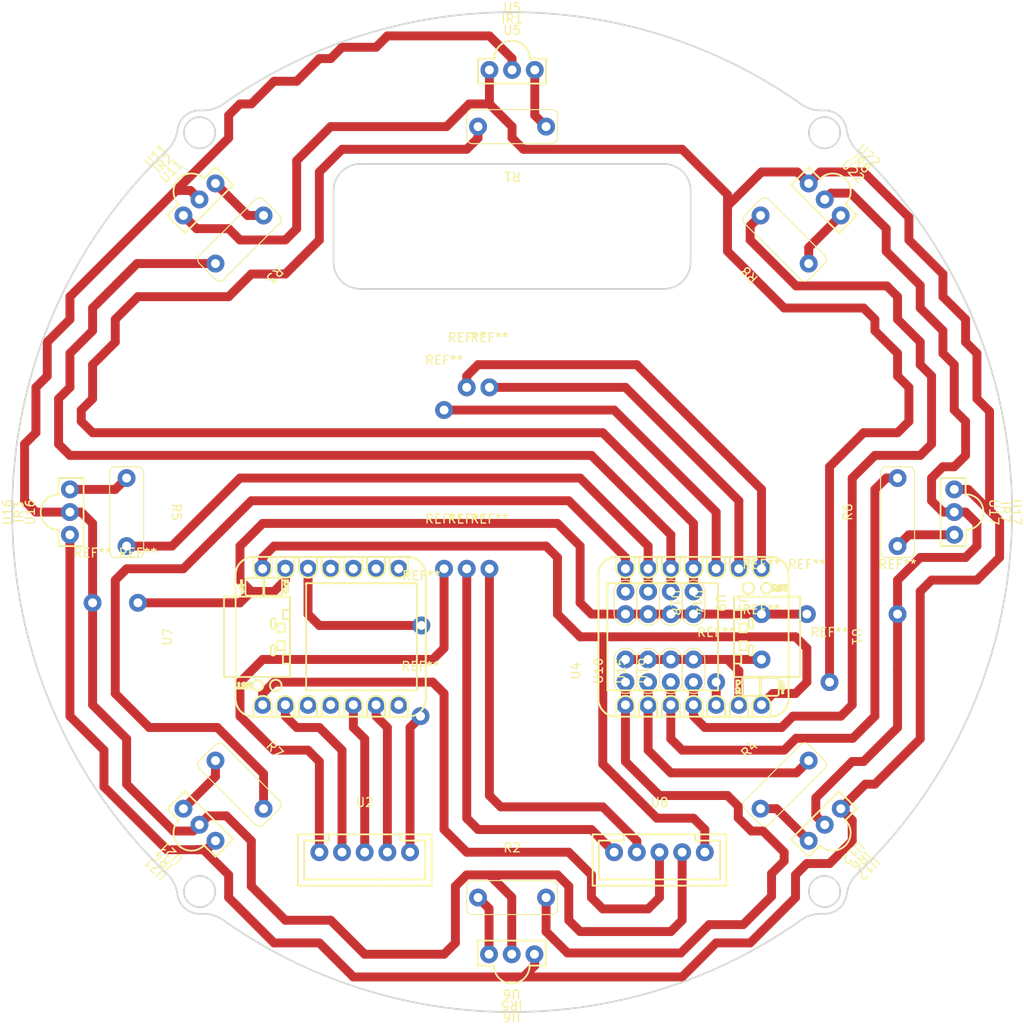
<source format=kicad_pcb>
(kicad_pcb (version 20211014) (generator pcbnew)
  (layers (0 "F.Cu" signal) (31 "B.Cu" signal) (34 "B.Paste" user) (35 "F.Paste" user) (36 "B.SilkS" user "B.Silkscreen") (37 "F.SilkS" user "F.Silkscreen") (38 "B.Mask" user) (39 "F.Mask" user) (44 "Edge.Cuts" user))
  (net 0 "")
  (net 1 "Net-(R1-Pad1)")
  (net 2 "IR1")
  (net 3 "Net-(R2-Pad1)")
  (net 4 "IR5")
  (net 5 "Net-(R3-Pad1)")
  (net 6 "IR2")
  (net 7 "Net-(R4-Pad1)")
  (net 8 "IR6")
  (net 9 "Net-(R5-Pad1)")
  (net 10 "IR3")
  (net 11 "Net-(R6-Pad1)")
  (net 12 "IR7")
  (net 13 "Net-(R7-Pad1)")
  (net 14 "IR4")
  (net 15 "Net-(R8-Pad1)")
  (net 16 "IR8")
  (net 17 "+5V")
  (net 18 "GND")
  (net 19 "+3V3")
  (net 20 "IR＿DAC")
  (net 21 "dist_out")
  (net 22 "IR_Posi")
  (net 23 "Gyro_Tact")
  (net 24 "SDA")
  (net 25 "SCL")
  (net 26 "-3V3")
  (net 27 "Gyro＿DAC")
  (footprint "自分のフットプリント:セラミックコンデンサー" (layer "F.Cu") (at 15.24 17.78 90)
    (fp_text reference "U19")
    (fp_text value "セラミックコンデンサー8")
  )
  (footprint "自分のフットプリント:seeeduino-xiaoマイコン" (layer "F.Cu") (at 38.1 13.97 -90)
    (fp_text reference "U1")
    (fp_text value "IR制御用")
  )
  (footprint "自分のフットプリント:セラミックコンデンサー" (layer "F.Cu") (at 12.7 17.78 90)
    (fp_text reference "U15")
    (fp_text value "セラミックコンデンサー7")
  )
  (footprint "自分のフットプリント:コネクター5ピン" (layer "F.Cu") (at 16.51 33.02)
    (fp_text reference "U8")
    (fp_text value "コネクター5ピン")
  )
  (footprint "自分のフットプリント:IR素子" (layer "F.Cu") (at -0.04 56.515 180)
    (fp_text reference "U6")
    (fp_text value "IR5")
  )
  (footprint "自分のフットプリント:セラミックコンデンサー" (layer "F.Cu") (at 25.4 10.16 -90)
    (fp_text reference "U3")
    (fp_text value "セラミックコンデンサー1")
  )
  (footprint "自分のフットプリント:ジャンパ線" (layer "F.Cu") (at -46.99 5.08)
    (fp_text reference "REF**")
    (fp_text value "ジャンパ線")
  )
  (footprint "自分のフットプリント:IR素子" (layer "F.Cu") (at 39.96214 39.96214 -135)
    (fp_text reference "U12")
    (fp_text value "IR6")
  )
  (footprint "自分のフットプリント:ジャンパ線" (layer "F.Cu") (at 33.02 6.35)
    (fp_text reference "REF**")
    (fp_text value "ジャンパ線")
  )
  (footprint "自分のフットプリント:抵抗" (layer "F.Cu") (at 0 38.1)
    (fp_text reference "R2")
    (fp_text value "R")
  )
  (footprint "自分のフットプリント:ジャンパ線" (layer "F.Cu") (at -41.91 5.08)
    (fp_text reference "REF**")
    (fp_text value "ジャンパ線")
  )
  (footprint "自分のフットプリント:抵抗" (layer "F.Cu") (at 0 -38.1 180)
    (fp_text reference "R1")
    (fp_text value "R")
  )
  (footprint "自分のフットプリント:セラミックコンデンサー" (layer "F.Cu") (at 20.32 10.16 -90)
    (fp_text reference "U14")
    (fp_text value "セラミックコンデンサー3")
  )
  (footprint "自分のフットプリント:IR素子" (layer "F.Cu") (at -39.96214 -39.96214 45)
    (fp_text reference "U11")
    (fp_text value "IR2")
  )
  (footprint "自分のフットプリント:ジャンパ線" (layer "F.Cu") (at -10.16 7.62)
    (fp_text reference "REF**")
    (fp_text value "ジャンパ線")
  )
  (footprint "自分のフットプリント:ジャンパ線" (layer "F.Cu") (at 27.94 11.43)
    (fp_text reference "REF**")
    (fp_text value "ジャンパ線")
  )
  (footprint "自分のフットプリント:ジャンパ線" (layer "F.Cu") (at -5.08 -19.05)
    (fp_text reference "REF**")
    (fp_text value "ジャンパ線")
  )
  (footprint "自分のフットプリント:IR素子" (layer "F.Cu") (at -56.515 0 90)
    (fp_text reference "U16")
    (fp_text value "IR3")
  )
  (footprint "自分のフットプリント:ジャンパ線" (layer "F.Cu") (at -2.54 -19.05)
    (fp_text reference "REF**")
    (fp_text value "ジャンパ線")
  )
  (footprint "自分のフットプリント:ジャンパ線" (layer "F.Cu") (at -7.62 1.27)
    (fp_text reference "REF**")
    (fp_text value "ジャンパ線")
  )
  (footprint "自分のフットプリント:抵抗" (layer "F.Cu") (at 26.940769 -26.940769 135)
    (fp_text reference "R8")
    (fp_text value "R")
  )
  (footprint "自分のフットプリント:ジャンパ線" (layer "F.Cu") (at -10.255627 17.78)
    (fp_text reference "REF**")
    (fp_text value "ジャンパ線")
  )
  (footprint "自分のフットプリント:ジャンパ線" (layer "F.Cu") (at 43.18 6.35)
    (fp_text reference "REF**")
    (fp_text value "ジャンパ線")
  )
  (footprint "自分のフットプリント:抵抗" (layer "F.Cu") (at 38.1 0 90)
    (fp_text reference "R6")
    (fp_text value "R")
  )
  (footprint "自分のフットプリント:抵抗" (layer "F.Cu") (at -38.1 0 -90)
    (fp_text reference "R5")
    (fp_text value "R")
  )
  (footprint "自分のフットプリント:ジャンパ線" (layer "F.Cu") (at -2.54 1.27)
    (fp_text reference "REF**")
    (fp_text value "ジャンパ線")
  )
  (footprint "自分のフットプリント:IR素子" (layer "F.Cu") (at 0 -56.515)
    (fp_text reference "U5")
    (fp_text value "IR1")
  )
  (footprint "自分のフットプリント:IR素子" (layer "F.Cu") (at 56.515 0 -90)
    (fp_text reference "U17")
    (fp_text value "IR7")
  )
  (footprint "自分のフットプリント:抵抗" (layer "F.Cu") (at -26.940768 -26.940768 -135)
    (fp_text reference "R3")
    (fp_text value "R")
  )
  (footprint "自分のフットプリント:コネクター5ピン" (layer "F.Cu") (at -16.51 33.02)
    (fp_text reference "U2")
    (fp_text value "コネクター5ピン")
  )
  (footprint "自分のフットプリント:ジャンパ線" (layer "F.Cu") (at 22.86 13.97)
    (fp_text reference "REF**")
    (fp_text value "ジャンパ線")
  )
  (footprint "自分のフットプリント:ジャンパ線" (layer "F.Cu") (at 27.94 6.35)
    (fp_text reference "REF**")
    (fp_text value "ジャンパ線")
  )
  (footprint "自分のフットプリント:抵抗" (layer "F.Cu") (at -26.940768 26.940768 -45)
    (fp_text reference "R7")
    (fp_text value "R")
  )
  (footprint "自分のフットプリント:セラミックコンデンサー" (layer "F.Cu") (at 7.62 17.78 90)
    (fp_text reference "U4")
    (fp_text value "セラミックコンデンサー5")
  )
  (footprint "自分のフットプリント:IR素子" (layer "F.Cu") (at 39.96214 -39.96214 -45)
    (fp_text reference "U22")
    (fp_text value "IR8")
  )
  (footprint "自分のフットプリント:ジャンパ線" (layer "F.Cu") (at -7.62 -16.51)
    (fp_text reference "REF**")
    (fp_text value "ジャンパ線")
  )
  (footprint "自分のフットプリント:IR素子" (layer "F.Cu") (at -39.96214 39.96214 135)
    (fp_text reference "U21")
    (fp_text value "IR4")
  )
  (footprint "自分のフットプリント:セラミックコンデンサー" (layer "F.Cu") (at 10.16 17.78 90)
    (fp_text reference "U10")
    (fp_text value "セラミックコンデンサー6")
  )
  (footprint "自分のフットプリント:ジャンパ線" (layer "F.Cu") (at 35.56 13.97)
    (fp_text reference "REF**")
    (fp_text value "ジャンパ線")
  )
  (footprint "自分のフットプリント:ジャンパ線" (layer "F.Cu") (at -5.08 1.27)
    (fp_text reference "REF**")
    (fp_text value "ジャンパ線")
  )
  (footprint "自分のフットプリント:セラミックコンデンサー" (layer "F.Cu") (at 22.86 10.16 -90)
    (fp_text reference "U9")
    (fp_text value "セラミックコンデンサー2")
  )
  (footprint "自分のフットプリント:抵抗" (layer "F.Cu") (at 26.940768 26.940768 45)
    (fp_text reference "R4")
    (fp_text value "R")
  )
  (footprint "自分のフットプリント:seeeduino-xiaoマイコン" (layer "F.Cu") (at -38.1 13.97 90)
    (fp_text reference "U7")
    (fp_text value "IR制御用")
  )
  (footprint "自分のフットプリント:セラミックコンデンサー" (layer "F.Cu") (at 17.78 10.16 -90)
    (fp_text reference "U18")
    (fp_text value "セラミックコンデンサー4")
  )
  (gr_arc (start 38.675962 -40.49901) (mid 56 0) (end 38.675962 40.49901) (layer "Edge.Cuts") (width 0.2))
  (gr_circle (center -35.000002 42.5) (end -36.750002 42.5) (layer "Edge.Cuts") (width 0.2) (fill none))
  (gr_line (start -19.999998 -36.000001) (end -19.999998 -28) (layer "Edge.Cuts") (width 0.2))
  (gr_circle (center 35 -42.500004) (end 33.250005 -42.500004) (layer "Edge.Cuts") (width 0.2) (fill none))
  (gr_circle (center -35.000002 -42.5) (end -36.750002 -42.5) (layer "Edge.Cuts") (width 0.2) (fill none))
  (gr_arc (start -34.861787 44.996176) (mid -36.589267 44.429824) (end -37.47636 42.842999) (layer "Edge.Cuts") (width 0.2))
  (gr_arc (start 34.861786 -44.996181) (mid 33.534917 -45.145929) (end 32.331267 -45.724059) (layer "Edge.Cuts") (width 0.2))
  (gr_arc (start -38.675965 40.49901) (mid -56 0) (end -38.675965 -40.49901) (layer "Edge.Cuts") (width 0.2))
  (gr_arc (start 32.331267 45.724059) (mid -0.000001 56.000002) (end -32.331268 45.724055) (layer "Edge.Cuts") (width 0.2))
  (gr_arc (start -37.476357 -42.842998) (mid -37.877761 -41.569468) (end -38.675963 -40.499009) (layer "Edge.Cuts") (width 0.2))
  (gr_arc (start 32.331267 45.724059) (mid 33.534917 45.145929) (end 34.861786 44.996181) (layer "Edge.Cuts") (width 0.2))
  (gr_arc (start -37.47636 -42.842999) (mid -36.58927 -44.429827) (end -34.861787 -44.996176) (layer "Edge.Cuts") (width 0.2))
  (gr_line (start 17.000002 -25) (end -16.999998 -25) (layer "Edge.Cuts") (width 0.2))
  (gr_arc (start 38.675964 -40.499015) (mid 37.877759 -41.569471) (end 37.476359 -42.843004) (layer "Edge.Cuts") (width 0.2))
  (gr_line (start -16.999998 -39.000001) (end 17.000002 -39.000001) (layer "Edge.Cuts") (width 0.2))
  (gr_arc (start -32.331268 -45.724055) (mid -0.000001 -56.000002) (end 32.331267 -45.724059) (layer "Edge.Cuts") (width 0.2))
  (gr_circle (center 35 42.500004) (end 33.249999 42.500004) (layer "Edge.Cuts") (width 0.2) (fill none))
  (gr_arc (start -32.331268 -45.724055) (mid -33.53492 -45.145945) (end -34.861787 -44.996176) (layer "Edge.Cuts") (width 0.2))
  (gr_arc (start -19.999998 -36.000001) (mid -19.121318 -38.121321) (end -16.999998 -39.000001) (layer "Edge.Cuts") (width 0.2))
  (gr_arc (start 17.000002 -39.000001) (mid 19.121323 -38.121322) (end 20.000002 -36.000001) (layer "Edge.Cuts") (width 0.2))
  (gr_arc (start -16.999998 -25) (mid -19.121318 -25.87868) (end -19.999998 -28) (layer "Edge.Cuts") (width 0.2))
  (gr_arc (start 37.476356 42.843003) (mid 37.877756 41.56947) (end 38.675962 40.499013) (layer "Edge.Cuts") (width 0.2))
  (gr_arc (start 20.000002 -28) (mid 19.121323 -25.878679) (end 17.000002 -25) (layer "Edge.Cuts") (width 0.2))
  (gr_arc (start -38.675965 40.49901) (mid -37.877752 41.569463) (end -37.47636 42.842999) (layer "Edge.Cuts") (width 0.2))
  (gr_arc (start 34.861786 -44.996181) (mid 36.589268 -44.42983) (end 37.476359 -42.843004) (layer "Edge.Cuts") (width 0.2))
  (gr_arc (start 37.476359 42.843004) (mid 36.589268 44.42983) (end 34.861786 44.996181) (layer "Edge.Cuts") (width 0.2))
  (gr_line (start 20.000002 -36.000001) (end 20.000002 -28) (layer "Edge.Cuts") (width 0.2))
  (gr_arc (start -34.861787 44.996176) (mid -33.53491 45.145909) (end -32.331268 45.724055) (layer "Edge.Cuts") (width 0.2))
  (segment (start 2.54 -49.53) (end 2.54 -44.45) (width 1) (layer "F.Cu") (net 1))
  (segment (start 2.54 -44.45) (end 3.81 -43.18) (width 1) (layer "F.Cu") (net 1))
  (segment (start 20.32 1.27) (end 20.32 6.35) (width 1) (layer "F.Cu") (net 2))
  (segment (start -19.05 -40.64) (end -21.59 -38.1) (width 1) (layer "F.Cu") (net 2))
  (segment (start -48.26 -10.16) (end -46.99 -8.89) (width 1) (layer "F.Cu") (net 2))
  (segment (start -46.99 -12.7) (end -48.26 -11.43) (width 1) (layer "F.Cu") (net 2))
  (segment (start 10.16 -8.89) (end 20.32 1.27) (width 1) (layer "F.Cu") (net 2))
  (segment (start -5.08 -40.64) (end -19.05 -40.64) (width 1) (layer "F.Cu") (net 2))
  (segment (start -25.4 -26.67) (end -29.21 -26.67) (width 1) (layer "F.Cu") (net 2))
  (segment (start -46.99 -16.51) (end -46.99 -12.7) (width 1) (layer "F.Cu") (net 2))
  (segment (start -21.59 -30.48) (end -25.4 -26.67) (width 1) (layer "F.Cu") (net 2))
  (segment (start -21.59 -38.1) (end -21.59 -30.48) (width 1) (layer "F.Cu") (net 2))
  (segment (start -46.99 -8.89) (end 10.16 -8.89) (width 1) (layer "F.Cu") (net 2))
  (segment (start -48.26 -11.43) (end -48.26 -10.16) (width 1) (layer "F.Cu") (net 2))
  (segment (start -31.75 -24.13) (end -41.91 -24.13) (width 1) (layer "F.Cu") (net 2))
  (segment (start -29.21 -26.67) (end -31.75 -24.13) (width 1) (layer "F.Cu") (net 2))
  (segment (start -3.81 -43.18) (end -3.81 -41.91) (width 1) (layer "F.Cu") (net 2))
  (segment (start 20.32 8.89) (end 20.32 6.35) (width 1) (layer "F.Cu") (net 2))
  (segment (start -44.45 -19.05) (end -46.99 -16.51) (width 1) (layer "F.Cu") (net 2))
  (segment (start -44.45 -21.59) (end -44.45 -19.05) (width 1) (layer "F.Cu") (net 2))
  (segment (start -3.81 -41.91) (end -5.08 -40.64) (width 1) (layer "F.Cu") (net 2))
  (segment (start -41.91 -24.13) (end -44.45 -21.59) (width 1) (layer "F.Cu") (net 2))
  (segment (start -2.58 49.53) (end -2.58 44.41) (width 1) (layer "F.Cu") (net 3))
  (segment (start -2.58 44.41) (end -3.81 43.18) (width 1) (layer "F.Cu") (net 3))
  (segment (start 6.205786 49.385786) (end 3.81 46.99) (width 1) (layer "F.Cu") (net 4))
  (segment (start 29.065786 43.035786) (end 25.890786 46.210786) (width 1) (layer "F.Cu") (net 4))
  (segment (start 25.338794 32.958794) (end 25.338794 34.262481) (width 1) (layer "F.Cu") (net 4))
  (segment (start 24.13 31.75) (end 25.338794 32.958794) (width 1) (layer "F.Cu") (net 4))
  (segment (start 16.51 31.75) (end 24.13 31.75) (width 1) (layer "F.Cu") (net 4))
  (segment (start 12.7 21.59) (end 12.7 27.94) (width 1) (layer "F.Cu") (net 4))
  (segment (start 25.890786 46.210786) (end 22.080786 46.210786) (width 1) (layer "F.Cu") (net 4))
  (segment (start 3.81 46.99) (end 3.81 43.18) (width 1) (layer "F.Cu") (net 4))
  (segment (start 22.080786 46.210786) (end 18.905786 49.385786) (width 1) (layer "F.Cu") (net 4))
  (segment (start 30.48 38.1) (end 30.48 39.081572) (width 1) (layer "F.Cu") (net 4))
  (segment (start 18.905786 49.385786) (end 6.205786 49.385786) (width 1) (layer "F.Cu") (net 4))
  (segment (start 12.7 27.94) (end 16.51 31.75) (width 1) (layer "F.Cu") (net 4))
  (segment (start 26.80326 35.726947) (end 28.106947 35.726947) (width 1) (layer "F.Cu") (net 4))
  (segment (start 29.065786 40.495786) (end 29.065786 43.035786) (width 1) (layer "F.Cu") (net 4))
  (segment (start 12.7 19.05) (end 12.7 21.59) (width 1) (layer "F.Cu") (net 4))
  (segment (start 30.48 39.081572) (end 29.065786 40.495786) (width 1) (layer "F.Cu") (net 4))
  (segment (start 25.338794 34.262481) (end 26.80326 35.726947) (width 1) (layer "F.Cu") (net 4))
  (segment (start 28.106947 35.726947) (end 30.48 38.1) (width 1) (layer "F.Cu") (net 4))
  (segment (start -27.838794 -33.226947) (end -29.634845 -33.226947) (width 1) (layer "F.Cu") (net 5))
  (segment (start -33.226948 -36.81905) (end -29.634845 -33.226947) (width 1) (layer "F.Cu") (net 5))
  (segment (start -49.53 -6.35) (end -50.8 -7.62) (width 1) (layer "F.Cu") (net 6))
  (segment (start -42.011206 -27.838794) (end -33.226947 -27.838794) (width 1) (layer "F.Cu") (net 6))
  (segment (start -49.53 -13.97) (end -49.53 -17.78) (width 1) (layer "F.Cu") (net 6))
  (segment (start -50.8 -7.62) (end -50.8 -12.7) (width 1) (layer "F.Cu") (net 6))
  (segment (start -49.53 -17.78) (end -46.99 -20.32) (width 1) (layer "F.Cu") (net 6))
  (segment (start 8.89 -6.35) (end -49.53 -6.35) (width 1) (layer "F.Cu") (net 6))
  (segment (start 17.78 2.54) (end 8.89 -6.35) (width 1) (layer "F.Cu") (net 6))
  (segment (start -46.99 -22.86) (end -42.011206 -27.838794) (width 1) (layer "F.Cu") (net 6))
  (segment (start 17.78 8.89) (end 17.78 6.35) (width 1) (layer "F.Cu") (net 6))
  (segment (start -50.8 -12.7) (end -49.53 -13.97) (width 1) (layer "F.Cu") (net 6))
  (segment (start 17.78 6.35) (end 17.78 2.54) (width 1) (layer "F.Cu") (net 6))
  (segment (start -46.99 -20.32) (end -46.99 -22.86) (width 1) (layer "F.Cu") (net 6))
  (segment (start 27.838794 33.226947) (end 29.634845 33.226947) (width 1) (layer "F.Cu") (net 7))
  (segment (start 29.634845 33.226947) (end 33.226948 36.81905) (width 1) (layer "F.Cu") (net 7))
  (segment (start 17.78 29.21) (end 31.855741 29.21) (width 1) (layer "F.Cu") (net 8))
  (segment (start 31.855741 29.21) (end 33.226947 27.838794) (width 1) (layer "F.Cu") (net 8))
  (segment (start 15.24 21.59) (end 15.24 26.67) (width 1) (layer "F.Cu") (net 8))
  (segment (start 15.24 19.05) (end 15.24 21.59) (width 1) (layer "F.Cu") (net 8))
  (segment (start 15.24 26.67) (end 17.78 29.21) (width 1) (layer "F.Cu") (net 8))
  (segment (start -44.45 -2.54) (end -43.18 -3.81) (width 1) (layer "F.Cu") (net 9))
  (segment (start -49.53 -2.54) (end -44.45 -2.54) (width 1) (layer "F.Cu") (net 9))
  (segment (start 15.24 6.35) (end 15.24 3.81) (width 1) (layer "F.Cu") (net 10))
  (segment (start 15.24 8.89) (end 15.24 6.35) (width 1) (layer "F.Cu") (net 10))
  (segment (start -43.18 3.81) (end -38.1 3.81) (width 1) (layer "F.Cu") (net 10))
  (segment (start -38.1 3.81) (end -30.48 -3.81) (width 1) (layer "F.Cu") (net 10))
  (segment (start 7.62 -3.81) (end -30.48 -3.81) (width 1) (layer "F.Cu") (net 10))
  (segment (start 15.24 3.81) (end 7.62 -3.81) (width 1) (layer "F.Cu") (net 10))
  (segment (start 44.45 2.54) (end 43.18 3.81) (width 1) (layer "F.Cu") (net 11))
  (segment (start 49.53 2.54) (end 44.45 2.54) (width 1) (layer "F.Cu") (net 11))
  (segment (start 19.05 26.67) (end 17.78 25.4) (width 1) (layer "F.Cu") (net 12))
  (segment (start 17.78 19.05) (end 17.78 21.59) (width 1) (layer "F.Cu") (net 12))
  (segment (start 41.91 -3.81) (end 40.64 -2.54) (width 1) (layer "F.Cu") (net 12))
  (segment (start 31.811206 25.338794) (end 30.48 26.67) (width 1) (layer "F.Cu") (net 12))
  (segment (start 40.64 22.86) (end 38.161206 25.338794) (width 1) (layer "F.Cu") (net 12))
  (segment (start 40.64 -2.54) (end 40.64 22.86) (width 1) (layer "F.Cu") (net 12))
  (segment (start 38.161206 25.338794) (end 31.811206 25.338794) (width 1) (layer "F.Cu") (net 12))
  (segment (start 30.48 26.67) (end 19.05 26.67) (width 1) (layer "F.Cu") (net 12))
  (segment (start 17.78 25.4) (end 17.78 21.59) (width 1) (layer "F.Cu") (net 12))
  (segment (start 43.18 -3.81) (end 41.91 -3.81) (width 1) (layer "F.Cu") (net 12))
  (segment (start -33.226947 29.634845) (end -36.81905 33.226948) (width 1) (layer "F.Cu") (net 13))
  (segment (start -33.226947 27.838794) (end -33.226947 29.634845) (width 1) (layer "F.Cu") (net 13))
  (segment (start -33.02 24.13) (end -27.838794 29.311206) (width 1) (layer "F.Cu") (net 14))
  (segment (start -43.18 6.35) (end -44.45 7.62) (width 1) (layer "F.Cu") (net 14))
  (segment (start 12.7 5.08) (end 6.35 -1.27) (width 1) (layer "F.Cu") (net 14))
  (segment (start -44.45 7.62) (end -44.45 20.32) (width 1) (layer "F.Cu") (net 14))
  (segment (start 12.7 8.89) (end 12.7 6.35) (width 1) (layer "F.Cu") (net 14))
  (segment (start 12.7 6.35) (end 12.7 5.08) (width 1) (layer "F.Cu") (net 14))
  (segment (start -40.64 24.13) (end -33.02 24.13) (width 1) (layer "F.Cu") (net 14))
  (segment (start -36.83 6.35) (end -43.18 6.35) (width 1) (layer "F.Cu") (net 14))
  (segment (start -44.45 20.32) (end -40.64 24.13) (width 1) (layer "F.Cu") (net 14))
  (segment (start -27.838794 29.311206) (end -27.838794 33.226947) (width 1) (layer "F.Cu") (net 14))
  (segment (start -29.21 -1.27) (end -36.83 6.35) (width 1) (layer "F.Cu") (net 14))
  (segment (start 6.35 -1.27) (end -29.21 -1.27) (width 1) (layer "F.Cu") (net 14))
  (segment (start 33.226948 -29.634846) (end 36.81905 -33.226948) (width 1) (layer "F.Cu") (net 15))
  (segment (start 33.226948 -27.838795) (end 33.226948 -29.634846) (width 1) (layer "F.Cu") (net 15))
  (segment (start 26.67 -30.48) (end 31.811205 -25.338795) (width 1) (layer "F.Cu") (net 16))
  (segment (start 43.18 -24.13) (end 43.18 -21.59) (width 1) (layer "F.Cu") (net 16))
  (segment (start 45.72 -16.51) (end 46.99 -15.24) (width 1) (layer "F.Cu") (net 16))
  (segment (start 36.83 22.86) (end 38.1 21.59) (width 1) (layer "F.Cu") (net 16))
  (segment (start 43.18 -21.59) (end 45.72 -19.05) (width 1) (layer "F.Cu") (net 16))
  (segment (start 41.971205 -25.338795) (end 43.18 -24.13) (width 1) (layer "F.Cu") (net 16))
  (segment (start 21.59 24.13) (end 20.32 22.86) (width 1) (layer "F.Cu") (net 16))
  (segment (start 21.59 24.13) (end 30.191572 24.13) (width 1) (layer "F.Cu") (net 16))
  (segment (start 45.72 -6.35) (end 40.64 -6.35) (width 1) (layer "F.Cu") (net 16))
  (segment (start 31.811205 -25.338795) (end 41.971205 -25.338795) (width 1) (layer "F.Cu") (net 16))
  (segment (start 31.461572 22.86) (end 36.83 22.86) (width 1) (layer "F.Cu") (net 16))
  (segment (start 27.838795 -33.226948) (end 26.67 -32.058153) (width 1) (layer "F.Cu") (net 16))
  (segment (start 30.191572 24.13) (end 31.461572 22.86) (width 1) (layer "F.Cu") (net 16))
  (segment (start 40.64 -6.35) (end 38.1 -3.81) (width 1) (layer "F.Cu") (net 16))
  (segment (start 20.32 22.86) (end 20.32 21.59) (width 1) (layer "F.Cu") (net 16))
  (segment (start 38.1 -3.81) (end 38.1 21.59) (width 1) (layer "F.Cu") (net 16))
  (segment (start 20.32 19.05) (end 20.32 21.59) (width 1) (layer "F.Cu") (net 16))
  (segment (start 46.99 -7.62) (end 45.72 -6.35) (width 1) (layer "F.Cu") (net 16))
  (segment (start 46.99 -15.24) (end 46.99 -7.62) (width 1) (layer "F.Cu") (net 16))
  (segment (start 26.67 -32.058153) (end 26.67 -30.48) (width 1) (layer "F.Cu") (net 16))
  (segment (start 45.72 -19.05) (end 45.72 -16.51) (width 1) (layer "F.Cu") (net 16))
  (segment (start 29.21 20.32) (end 31.75 20.32) (width 1) (layer "F.Cu") (net 17))
  (segment (start -26.67 3.81) (end -27.94 5.08) (width 1) (layer "F.Cu") (net 17))
  (segment (start 27.94 21.59) (end 29.21 20.32) (width 1) (layer "F.Cu") (net 17))
  (segment (start 20.32 34.29) (end 21.59 35.56) (width 1) (layer "F.Cu") (net 17))
  (segment (start 31.75 13.97) (end 10.16 13.97) (width 1) (layer "F.Cu") (net 17))
  (segment (start 7.62 13.97) (end 5.08 11.43) (width 1) (layer "F.Cu") (net 17))
  (segment (start 33.02 19.05) (end 33.02 15.24) (width 1) (layer "F.Cu") (net 17))
  (segment (start 21.59 35.56) (end 21.59 38.1) (width 1) (layer "F.Cu") (net 17))
  (segment (start 10.16 13.97) (end 10.16 28.228428) (width 1) (layer "F.Cu") (net 17))
  (segment (start 5.08 5.08) (end 3.81 3.81) (width 1) (layer "F.Cu") (net 17))
  (segment (start 10.16 28.228428) (end 16.221572 34.29) (width 1) (layer "F.Cu") (net 17))
  (segment (start -27.94 5.08) (end -27.94 6.35) (width 1) (layer "F.Cu") (net 17))
  (segment (start 16.221572 34.29) (end 20.32 34.29) (width 1) (layer "F.Cu") (net 17))
  (segment (start 33.02 15.24) (end 31.75 13.97) (width 1) (layer "F.Cu") (net 17))
  (segment (start 3.81 3.81) (end -26.67 3.81) (width 1) (layer "F.Cu") (net 17))
  (segment (start 5.08 11.43) (end 5.08 5.08) (width 1) (layer "F.Cu") (net 17))
  (segment (start 31.75 20.32) (end 33.02 19.05) (width 1) (layer "F.Cu") (net 17))
  (segment (start 10.16 13.97) (end 7.62 13.97) (width 1) (layer "F.Cu") (net 17))
  (segment (start 45.72 5.08) (end 50.8 5.08) (width 1) (layer "F.Cu") (net 18))
  (segment (start -13.97 -53.34) (end -15.24 -52.07) (width 1) (layer "F.Cu") (net 18))
  (segment (start 48.26 -20.32) (end 48.26 -17.78) (width 1) (layer "F.Cu") (net 18))
  (segment (start 19.05 45.72) (end 17.78 46.99) (width 1) (layer "F.Cu") (net 18))
  (segment (start -35.022999 -35.022999) (end -36.022999 -36.022999) (width 1) (layer "F.Cu") (net 18))
  (segment (start -24.13 -48.26) (end -26.67 -48.26) (width 1) (layer "F.Cu") (net 18))
  (segment (start 49.53 -11.43) (end 50.8 -10.16) (width 1) (layer "F.Cu") (net 18))
  (segment (start 8.89 11.43) (end 12.7 11.43) (width 1) (layer "F.Cu") (net 18))
  (segment (start 49.53 -16.51) (end 49.53 -11.43) (width 1) (layer "F.Cu") (net 18))
  (segment (start -54.61 -7.62) (end -53.34 -8.89) (width 1) (layer "F.Cu") (net 18))
  (segment (start -53.34 -8.89) (end -53.34 -13.97) (width 1) (layer "F.Cu") (net 18))
  (segment (start -43.18 30.48) (end -43.18 25.4) (width 1) (layer "F.Cu") (net 18))
  (segment (start 45.72 -22.86) (end 48.26 -20.32) (width 1) (layer "F.Cu") (net 18))
  (segment (start 45.72 -25.4) (end 45.72 -22.86) (width 1) (layer "F.Cu") (net 18))
  (segment (start 20.32 16.51) (end 12.7 16.51) (width 1) (layer "F.Cu") (net 18))
  (segment (start 34.022999 34.022999) (end 34.022999 32.017001) (width 1) (layer "F.Cu") (net 18))
  (segment (start 20.32 11.43) (end 12.7 11.43) (width 1) (layer "F.Cu") (net 18))
  (segment (start 35.726948 -35.726948) (end 37.933052 -35.726948) (width 1) (layer "F.Cu") (net 18))
  (segment (start 34.022999 32.017001) (end 38.1 27.94) (width 1) (layer "F.Cu") (net 18))
  (segment (start 0 -50.8) (end -2.54 -53.34) (width 1) (layer "F.Cu") (net 18))
  (segment (start 17.78 46.99) (end 7.62 46.99) (width 1) (layer "F.Cu") (net 18))
  (segment (start -5.08 40.64) (end -6.35 41.91) (width 1) (layer "F.Cu") (net 18))
  (segment (start 50.8 -10.16) (end 50.8 -6.35) (width 1) (layer "F.Cu") (net 18))
  (segment (start 48.26 0) (end 49.53 0) (width 1) (layer "F.Cu") (net 18))
  (segment (start -30.48 10.16) (end -41.91 10.16) (width 1) (layer "F.Cu") (net 18))
  (segment (start -0.04 49.53) (end -0.04 43.14) (width 1) (layer "F.Cu") (net 18))
  (segment (start -46.99 1.27) (end -46.99 21.59) (width 1) (layer "F.Cu") (net 18))
  (segment (start -26.67 8.89) (end -29.21 8.89) (width 1) (layer "F.Cu") (net 18))
  (segment (start 0 -49.53) (end 0 -50.8) (width 1) (layer "F.Cu") (net 18))
  (segment (start 6.35 41.91) (end 5.08 40.64) (width 1) (layer "F.Cu") (net 18))
  (segment (start 20.32 11.43) (end 33.02 11.43) (width 1) (layer "F.Cu") (net 18))
  (segment (start 43.18 24.13) (end 43.18 17.78) (width 1) (layer "F.Cu") (net 18))
  (segment (start -6.35 41.91) (end -6.35 48.26) (width 1) (layer "F.Cu") (net 18))
  (segment (start -36.022999 -36.022999) (end -37.637001 -36.022999) (width 1) (layer "F.Cu") (net 18))
  (segment (start -2.54 -53.34) (end -13.97 -53.34) (width 1) (layer "F.Cu") (net 18))
  (segment (start 43.18 7.62) (end 45.72 5.08) (width 1) (layer "F.Cu") (net 18))
  (segment (start 41.91 -31.75) (end 41.91 -29.21) (width 1) (layer "F.Cu") (net 18))
  (segment (start -29.21 -45.72) (end -30.48 -45.72) (width 1) (layer "F.Cu") (net 18))
  (segment (start -30.48 -45.72) (end -31.75 -44.45) (width 1) (layer "F.Cu") (net 18))
  (segment (start -7.62 49.53) (end -16.51 49.53) (width 1) (layer "F.Cu") (net 18))
  (segment (start 52.07 3.81) (end 52.07 1.27) (width 1) (layer "F.Cu") (net 18))
  (segment (start 5.08 1.27) (end 7.62 3.81) (width 1) (layer "F.Cu") (net 18))
  (segment (start -29.21 8.89) (end -30.48 7.62) (width 1) (layer "F.Cu") (net 18))
  (segment (start -52.07 -15.24) (end -52.07 -19.05) (width 1) (layer "F.Cu") (net 18))
  (segment (start -48.26 0) (end -46.99 1.27) (width 1) (layer "F.Cu") (net 18))
  (segment (start -2.54 40.64) (end -5.08 40.64) (width 1) (layer "F.Cu") (net 18))
  (segment (start 49.53 -5.08) (end 48.26 -5.08) (width 1) (layer "F.Cu") (net 18))
  (segment (start -35.726948 35.726948) (end -37.933052 35.726948) (width 1) (layer "F.Cu") (net 18))
  (segment (start 37.933052 -35.726948) (end 41.91 -31.75) (width 1) (layer "F.Cu") (net 18))
  (segment (start -21.59 -50.8) (end -24.13 -48.26) (width 1) (layer "F.Cu") (net 18))
  (segment (start -29.21 8.89) (end -30.48 10.16) (width 1) (layer "F.Cu") (net 18))
  (segment (start 46.99 -3.81) (end 46.99 -1.27) (width 1) (layer "F.Cu") (net 18))
  (segment (start 7.62 46.99) (end 6.35 45.72) (width 1) (layer "F.Cu") (net 18))
  (segment (start -37.637001 -36.022999) (end -38.1 -35.56) (width 1) (layer "F.Cu") (net 18))
  (segment (start 39.37 27.94) (end 43.18 24.13) (width 1) (layer "F.Cu") (net 18))
  (segment (start 20.32 16.51) (end 24.13 16.51) (width 1) (layer "F.Cu") (net 18))
  (segment (start -49.53 0) (end -53.34 0) (width 1) (layer "F.Cu") (net 18))
  (segment (start -52.07 -19.05) (end -49.53 -21.59) (width 1) (layer "F.Cu") (net 18))
  (segment (start 35.022999 35.022999) (end 34.022999 34.022999) (width 1) (layer "F.Cu") (net 18))
  (segment (start 38.1 27.94) (end 39.37 27.94) (width 1) (layer "F.Cu") (net 18))
  (segment (start -34.022999 34.022999) (end -35.022999 35.022999) (width 1) (layer "F.Cu") (net 18))
  (segment (start -16.51 49.53) (end -20.32 45.72) (width 1) (layer "F.Cu") (net 18))
  (segment (start 19.05 38.1) (end 19.05 45.72) (width 1) (layer "F.Cu") (net 18))
  (segment (start -31.75 -41.91) (end -38.1 -35.56) (width 1) (layer "F.Cu") (net 18))
  (segment (start -49.53 -21.59) (end -49.53 -24.13) (width 1) (layer "F.Cu") (net 18))
  (segment (start -6.35 48.26) (end -7.62 49.53) (width 1) (layer "F.Cu") (net 18))
  (segment (start 5.08 40.64) (end -2.54 40.64) (width 1) (layer "F.Cu") (net 18))
  (segment (start -35.022999 35.022999) (end -35.726948 35.726948) (width 1) (layer "F.Cu") (net 18))
  (segment (start -27.94 1.27) (end 5.08 1.27) (width 1) (layer "F.Cu") (net 18))
  (segment (start -53.34 0) (end -54.61 -1.27) (width 1) (layer "F.Cu") (net 18))
  (segment (start 48.26 -17.78) (end 49.53 -16.51) (width 1) (layer "F.Cu") (net 18))
  (segment (start 52.07 1.27) (end 50.8 0) (width 1) (layer "F.Cu") (net 18))
  (segment (start -29.21 41.91) (end -29.21 36.83) (width 1) (layer "F.Cu") (net 18))
  (segment (start -25.4 7.62) (end -26.67 8.89) (width 1) (layer "F.Cu") (net 18))
  (segment (start 46.99 -1.27) (end 48.26 0) (width 1) (layer "F.Cu") (net 18))
  (segment (start 7.62 10.16) (end 8.89 11.43) (width 1) (layer "F.Cu") (net 18))
  (segment (start -19.05 -52.07) (end -20.32 -50.8) (width 1) (layer "F.Cu") (net 18))
  (segment (start 25.4 17.78) (end 25.4 21.59) (width 1) (layer "F.Cu") (net 18))
  (segment (start -54.61 -1.27) (end -54.61 -7.62) (width 1) (layer "F.Cu") (net 18))
  (segment (start -30.48 3.81) (end -27.94 1.27) (width 1) (layer "F.Cu") (net 18))
  (segment (start -37.933052 35.726948) (end -43.18 30.48) (width 1) (layer "F.Cu") (net 18))
  (segment (start -53.34 -13.97) (end -52.07 -15.24) (width 1) (layer "F.Cu") (net 18))
  (segment (start 24.13 16.51) (end 25.4 17.78) (width 1) (layer "F.Cu") (net 18))
  (segment (start 41.91 -29.21) (end 45.72 -25.4) (width 1) (layer "F.Cu") (net 18))
  (segment (start 50.8 5.08) (end 52.07 3.81) (width 1) (layer "F.Cu") (net 18))
  (segment (start -32.017001 34.022999) (end -34.022999 34.022999) (width 1) (layer "F.Cu") (net 18))
  (segment (start -26.67 -48.26) (end -29.21 -45.72) (width 1) (layer "F.Cu") (net 18))
  (segment (start -30.48 7.62) (end -30.48 3.81) (width 1) (layer "F.Cu") (net 18))
  (segment (start 6.35 45.72) (end 6.35 41.91) (width 1) (layer "F.Cu") (net 18))
  (segment (start 35.022999 -35.022999) (end 35.726948 -35.726948) (width 1) (layer "F.Cu") (net 18))
  (segment (start -15.24 -52.07) (end -19.05 -52.07) (width 1) (layer "F.Cu") (net 18))
  (segment (start 50.8 0) (end 49.53 0) (width 1) (layer "F.Cu") (net 18))
  (segment (start 50.8 -6.35) (end 49.53 -5.08) (width 1) (layer "F.Cu") (net 18))
  (segment (start 43.18 17.78) (end 43.18 7.62) (width 1) (layer "F.Cu") (net 18))
  (segment (start -25.4 45.72) (end -29.21 41.91) (width 1) (layer "F.Cu") (net 18))
  (segment (start 48.26 -5.08) (end 46.99 -3.81) (width 1) (layer "F.Cu") (net 18))
  (segment (start -20.32 -50.8) (end -21.59 -50.8) (width 1) (layer "F.Cu") (net 18))
  (segment (start 24.13 16.51) (end 27.94 16.51) (width 1) (layer "F.Cu") (net 18))
  (segment (start -43.18 25.4) (end -46.99 21.59) (width 1) (layer "F.Cu") (net 18))
  (segment (start -0.04 43.14) (end -2.54 40.64) (width 1) (layer "F.Cu") (net 18))
  (segment (start -31.75 -44.45) (end -31.75 -41.91) (width 1) (layer "F.Cu") (net 18))
  (segment (start -25.4 6.35) (end -25.4 7.62) (width 1) (layer "F.Cu") (net 18))
  (segment (start -49.53 -24.13) (end -38.1 -35.56) (width 1) (layer "F.Cu") (net 18))
  (segment (start 7.62 3.81) (end 7.62 10.16) (width 1) (layer "F.Cu") (net 18))
  (segment (start -29.21 36.83) (end -32.017001 34.022999) (width 1) (layer "F.Cu") (net 18))
  (segment (start -49.53 0) (end -48.26 0) (width 1) (layer "F.Cu") (net 18))
  (segment (start -20.32 45.72) (end -25.4 45.72) (width 1) (layer "F.Cu") (net 18))
  (segment (start 52.07 7.62) (end 46.99 7.62) (width 1) (layer "F.Cu") (net 19))
  (segment (start 39.37 -38.1) (end 44.45 -33.02) (width 1) (layer "F.Cu") (net 19))
  (segment (start 45.72 25.4) (end 40.64 30.48) (width 1) (layer "F.Cu") (net 19))
  (segment (start 0 -43.18) (end 0 -41.91) (width 1) (layer "F.Cu") (net 19))
  (segment (start -31.75 43.18) (end -31.75 40.64) (width 1) (layer "F.Cu") (net 19))
  (segment (start 39.37 -8.89) (end 35.56 -5.08) (width 1) (layer "F.Cu") (net 19))
  (segment (start 44.45 -33.02) (end 44.45 -30.48) (width 1) (layer "F.Cu") (net 19))
  (segment (start -31.75 40.64) (end -34.57095 37.81905) (width 1) (layer "F.Cu") (net 19))
  (segment (start 52.07 -12.7) (end 53.484214 -11.285786) (width 1) (layer "F.Cu") (net 19))
  (segment (start 44.45 -13.97) (end 44.45 -10.16) (width 1) (layer "F.Cu") (net 19))
  (segment (start 50.8 -19.05) (end 52.07 -17.78) (width 1) (layer "F.Cu") (net 19))
  (segment (start 24.13 -33.02) (end 24.13 -29.21) (width 1) (layer "F.Cu") (net 19))
  (segment (start 2.54 50.8) (end 2.54 49.57) (width 1) (layer "F.Cu") (net 19))
  (segment (start 53.484214 -11.285786) (end 53.484214 -0.144214) (width 1) (layer "F.Cu") (net 19))
  (segment (start 1.27 -40.64) (end 19.05 -40.64) (width 1) (layer "F.Cu") (net 19))
  (segment (start -45.72 26.67) (end -49.53 22.86) (width 1) (layer "F.Cu") (net 19))
  (segment (start 31.75 40.64) (end 31.75 43.18) (width 1) (layer "F.Cu") (net 19))
  (segment (start 34.507898 -38.1) (end 39.37 -38.1) (width 1) (layer "F.Cu") (net 19))
  (segment (start 33.226948 -36.81905) (end 34.507898 -38.1) (width 1) (layer "F.Cu") (net 19))
  (segment (start 24.13 -29.21) (end 30.48 -22.86) (width 1) (layer "F.Cu") (net 19))
  (segment (start 50.8 -21.59) (end 50.8 -19.05) (width 1) (layer "F.Cu") (net 19))
  (segment (start -33.226948 36.81905) (end -34.226948 37.81905) (width 1) (layer "F.Cu") (net 19))
  (segment (start 1.27 52.07) (end 2.54 50.8) (width 1) (layer "F.Cu") (net 19))
  (segment (start 43.18 -17.78) (end 43.18 -15.24) (width 1) (layer "F.Cu") (net 19))
  (segment (start -38.669378 37.81905) (end -45.72 30.768428) (width 1) (layer "F.Cu") (net 19))
  (segment (start -24.13 -39.37) (end -20.32 -43.18) (width 1) (layer "F.Cu") (net 19))
  (segment (start -35.342102 -31.75) (end -36.81905 -33.226948) (width 1) (layer "F.Cu") (net 19))
  (segment (start -4.805534 -45.72) (end -2.54 -45.72) (width 1) (layer "F.Cu") (net 19))
  (segment (start -31.75 -31.75) (end -30.48 -30.48) (width 1) (layer "F.Cu") (net 19))
  (segment (start -7.345534 -43.18) (end -4.805534 -45.72) (width 1) (layer "F.Cu") (net 19))
  (segment (start 33.226948 -36.81905) (end 31.945998 -38.1) (width 1) (layer "F.Cu") (net 19))
  (segment (start 44.45 -10.16) (end 43.18 -8.89) (width 1) (layer "F.Cu") (net 19))
  (segment (start -24.13 -31.75) (end -24.13 -39.37) (width 1) (layer "F.Cu") (net 19))
  (segment (start 27.94 -38.1) (end 24.13 -34.29) (width 1) (layer "F.Cu") (net 19))
  (segment (start -2.54 -49.53) (end -2.54 -45.72) (width 1) (layer "F.Cu") (net 19))
  (segment (start 48.26 -24.13) (end 50.8 -21.59) (width 1) (layer "F.Cu") (net 19))
  (segment (start 54.61 0.981572) (end 54.61 5.08) (width 1) (layer "F.Cu") (net 19))
  (segment (start 44.45 -30.48) (end 48.26 -26.67) (width 1) (layer "F.Cu") (net 19))
  (segment (start 0 52.07) (end -17.78 52.07) (width 1) (layer "F.Cu") (net 19))
  (segment (start 40.64 -21.59) (end 40.64 -20.32) (width 1) (layer "F.Cu") (net 19))
  (segment (start -21.59 48.26) (end -26.67 48.26) (width 1) (layer "F.Cu") (net 19))
  (segment (start 31.945998 -38.1) (end 27.94 -38.1) (width 1) (layer "F.Cu") (net 19))
  (segment (start 24.13 -34.29) (end 24.13 -33.02) (width 1) (layer "F.Cu") (net 19))
  (segment (start -34.57095 37.81905) (end -35.27905 37.81905) (width 1) (layer "F.Cu") (net 19))
  (segment (start 48.26 -26.67) (end 48.26 -24.13) (width 1) (layer "F.Cu") (net 19))
  (segment (start 39.565998 30.48) (end 36.81905 33.226948) (width 1) (layer "F.Cu") (net 19))
  (segment (start 53.484214 -0.144214) (end 54.61 0.981572) (width 1) (layer "F.Cu") (net 19))
  (segment (start 30.48 -22.86) (end 39.37 -22.86) (width 1) (layer "F.Cu") (net 19))
  (segment (start -25.4 -30.48) (end -24.13 -31.75) (width 1) (layer "F.Cu") (net 19))
  (segment (start 31.75 43.18) (end 26.67 48.26) (width 1) (layer "F.Cu") (net 19))
  (segment (start 19.05 -40.64) (end 24.13 -35.56) (width 1) (layer "F.Cu") (net 19))
  (segment (start -45.72 30.768428) (end -45.72 26.67) (width 1) (layer "F.Cu") (net 19))
  (segment (start -30.48 -30.48) (end -25.4 -30.48) (width 1) (layer "F.Cu") (net 19))
  (segment (start 38.1 36.83) (end 35.56 39.37) (width 1) (layer "F.Cu") (net 19))
  (segment (start 43.18 -15.24) (end 44.45 -13.97) (width 1) (layer "F.Cu") (net 19))
  (segment (start -35.27905 37.81905) (end -38.669378 37.81905) (width 1) (layer "F.Cu") (net 19))
  (segment (start 46.99 7.62) (end 45.72 8.89) (width 1) (layer "F.Cu") (net 19))
  (segment (start 36.81905 33.226948) (end 38.1 34.507898) (width 1) (layer "F.Cu") (net 19))
  (segment (start 22.86 21.59) (end 22.86 19.05) (width 1) (layer "F.Cu") (net 19))
  (segment (start 22.86 48.26) (end 19.05 52.07) (width 1) (layer "F.Cu") (net 19))
  (segment (start -49.53 22.86) (end -49.53 2.54) (width 1) (layer "F.Cu") (net 19))
  (segment (start -26.67 48.26) (end -31.75 43.18) (width 1) (layer "F.Cu") (net 19))
  (segment (start 2.54 49.57) (end 2.5 49.53) (width 1) (layer "F.Cu") (net 19))
  (segment (start 40.64 30.48) (end 39.565998 30.48) (width 1) (layer "F.Cu") (net 19))
  (segment (start 38.1 34.507898) (end 38.1 36.83) (width 1) (layer "F.Cu") (net 19))
  (segment (start 35.56 39.37) (end 33.02 39.37) (width 1) (layer "F.Cu") (net 19))
  (segment (start 24.13 -35.56) (end 24.13 -33.02) (width 1) (layer "F.Cu") (net 19))
  (segment (start -31.75 -31.75) (end -35.342102 -31.75) (width 1) (layer "F.Cu") (net 19))
  (segment (start 51.088428 -2.54) (end 53.484214 -0.144214) (width 1) (layer "F.Cu") (net 19))
  (segment (start 45.72 8.89) (end 45.72 25.4) (width 1) (layer "F.Cu") (net 19))
  (segment (start 0 -41.91) (end 1.27 -40.64) (width 1) (layer "F.Cu") (net 19))
  (segment (start 26.67 48.26) (end 22.86 48.26) (width 1) (layer "F.Cu") (net 19))
  (segment (start 19.05 52.07) (end 0 52.07) (width 1) (layer "F.Cu") (net 19))
  (segment (start -17.78 52.07) (end -21.59 48.26) (width 1) (layer "F.Cu") (net 19))
  (segment (start 0 52.07) (end 1.27 52.07) (width 1) (layer "F.Cu") (net 19))
  (segment (start 39.37 -22.86) (end 40.64 -21.59) (width 1) (layer "F.Cu") (net 19))
  (segment (start 52.07 -17.78) (end 52.07 -12.7) (width 1) (layer "F.Cu") (net 19))
  (segment (start -34.226948 37.81905) (end -35.27905 37.81905) (width 1) (layer "F.Cu") (net 19))
  (segment (start -2.54 -45.72) (end 0 -43.18) (width 1) (layer "F.Cu") (net 19))
  (segment (start 35.56 -5.08) (end 35.56 19.05) (width 1) (layer "F.Cu") (net 19))
  (segment (start 40.64 -20.32) (end 43.18 -17.78) (width 1) (layer "F.Cu") (net 19))
  (segment (start -20.32 -43.18) (end -7.345534 -43.18) (width 1) (layer "F.Cu") (net 19))
  (segment (start 33.02 39.37) (end 31.75 40.64) (width 1) (layer "F.Cu") (net 19))
  (segment (start 54.61 5.08) (end 52.07 7.62) (width 1) (layer "F.Cu") (net 19))
  (segment (start 49.53 -2.54) (end 51.088428 -2.54) (width 1) (layer "F.Cu") (net 19))
  (segment (start 43.18 -8.89) (end 39.37 -8.89) (width 1) (layer "F.Cu") (net 19))
  (segment (start 27.94 6.35) (end 27.94 -2.54) (width 1) (layer "F.Cu") (net 20))
  (segment (start -5.08 34.29) (end -5.08 6.35) (width 1) (layer "F.Cu") (net 20))
  (segment (start 8.89 35.56) (end -3.81 35.56) (width 1) (layer "F.Cu") (net 20))
  (segment (start -3.81 -16.51) (end -5.08 -15.24) (width 1) (layer "F.Cu") (net 20))
  (segment (start 13.97 -16.51) (end -3.81 -16.51) (width 1) (layer "F.Cu") (net 20))
  (segment (start 27.94 -2.54) (end 13.97 -16.51) (width 1) (layer "F.Cu") (net 20))
  (segment (start -3.81 35.56) (end -5.08 34.29) (width 1) (layer "F.Cu") (net 20))
  (segment (start 11.43 38.1) (end 8.89 35.56) (width 1) (layer "F.Cu") (net 20))
  (segment (start -5.08 -15.24) (end -5.08 -13.97) (width 1) (layer "F.Cu") (net 20))
  (segment (start -2.54 31.75) (end -2.54 6.35) (width 1) (layer "F.Cu") (net 21))
  (segment (start 10.16 33.02) (end -1.27 33.02) (width 1) (layer "F.Cu") (net 21))
  (segment (start 25.4 -1.27) (end 12.7 -13.97) (width 1) (layer "F.Cu") (net 21))
  (segment (start 13.97 38.1) (end 13.97 36.83) (width 1) (layer "F.Cu") (net 21))
  (segment (start 13.97 36.83) (end 10.16 33.02) (width 1) (layer "F.Cu") (net 21))
  (segment (start -1.27 33.02) (end -2.54 31.75) (width 1) (layer "F.Cu") (net 21))
  (segment (start 12.7 -13.97) (end -2.54 -13.97) (width 1) (layer "F.Cu") (net 21))
  (segment (start 25.4 6.35) (end 25.4 -1.27) (width 1) (layer "F.Cu") (net 21))
  (segment (start -8.89 16.51) (end -7.62 15.24) (width 1) (layer "F.Cu") (net 22))
  (segment (start -30.48 22.86) (end -30.48 19.05) (width 1) (layer "F.Cu") (net 22))
  (segment (start 22.86 6.35) (end 22.86 0) (width 1) (layer "F.Cu") (net 22))
  (segment (start -7.62 15.24) (end -7.62 6.35) (width 1) (layer "F.Cu") (net 22))
  (segment (start -30.48 19.05) (end -27.94 16.51) (width 1) (layer "F.Cu") (net 22))
  (segment (start -21.59 27.94) (end -22.86 26.67) (width 1) (layer "F.Cu") (net 22))
  (segment (start 11.43 -11.43) (end -7.62 -11.43) (width 1) (layer "F.Cu") (net 22))
  (segment (start 22.86 0) (end 11.43 -11.43) (width 1) (layer "F.Cu") (net 22))
  (segment (start -22.86 26.67) (end -26.67 26.67) (width 1) (layer "F.Cu") (net 22))
  (segment (start -26.67 26.67) (end -30.48 22.86) (width 1) (layer "F.Cu") (net 22))
  (segment (start -27.94 16.51) (end -8.89 16.51) (width 1) (layer "F.Cu") (net 22))
  (segment (start -21.59 38.1) (end -21.59 27.94) (width 1) (layer "F.Cu") (net 22))
  (segment (start -19.05 26.67) (end -19.05 38.1) (width 1) (layer "F.Cu") (net 23))
  (segment (start -21.59 24.13) (end -19.05 26.67) (width 1) (layer "F.Cu") (net 23))
  (segment (start -24.13 24.13) (end -21.59 24.13) (width 1) (layer "F.Cu") (net 23))
  (segment (start -25.4 22.86) (end -24.13 24.13) (width 1) (layer "F.Cu") (net 23))
  (segment (start -25.4 21.59) (end -25.4 22.86) (width 1) (layer "F.Cu") (net 23))
  (segment (start -17.78 21.59) (end -17.78 24.13) (width 1) (layer "F.Cu") (net 24))
  (segment (start -16.51 25.4) (end -16.51 38.1) (width 1) (layer "F.Cu") (net 24))
  (segment (start -17.78 24.13) (end -16.51 25.4) (width 1) (layer "F.Cu") (net 24))
  (segment (start -13.97 24.13) (end -13.97 38.1) (width 1) (layer "F.Cu") (net 25))
  (segment (start -15.24 21.59) (end -15.24 22.86) (width 1) (layer "F.Cu") (net 25))
  (segment (start -15.24 22.86) (end -13.97 24.13) (width 1) (layer "F.Cu") (net 25))
  (segment (start -21.59 12.7) (end -10.16 12.7) (width 1) (layer "F.Cu") (net 26))
  (segment (start -11.43 38.1) (end -11.43 24.13) (width 1) (layer "F.Cu") (net 26))
  (segment (start -22.86 11.43) (end -21.59 12.7) (width 1) (layer "F.Cu") (net 26))
  (segment (start -22.86 6.35) (end -22.86 11.43) (width 1) (layer "F.Cu") (net 26))
  (segment (start -11.43 24.13) (end -10.16 22.86) (width 1) (layer "F.Cu") (net 26))
  (segment (start 8.89 40.64) (end 8.89 43.18) (width 1) (layer "F.Cu") (net 27))
  (segment (start 15.24 44.45) (end 16.51 43.18) (width 1) (layer "F.Cu") (net 27))
  (segment (start 16.51 43.18) (end 16.51 38.1) (width 1) (layer "F.Cu") (net 27))
  (segment (start 8.89 43.18) (end 10.16 44.45) (width 1) (layer "F.Cu") (net 27))
  (segment (start 10.16 44.45) (end 15.24 44.45) (width 1) (layer "F.Cu") (net 27))
  (segment (start 6.35 38.1) (end 8.89 40.64) (width 1) (layer "F.Cu") (net 27))
  (segment (start -5.08 38.1) (end 6.35 38.1) (width 1) (layer "F.Cu") (net 27))
  (segment (start -27.94 20.32) (end -26.67 19.05) (width 1) (layer "F.Cu") (net 27))
  (segment (start -26.67 19.05) (end -8.89 19.05) (width 1) (layer "F.Cu") (net 27))
  (segment (start -8.89 19.05) (end -7.62 20.32) (width 1) (layer "F.Cu") (net 27))
  (segment (start -7.62 35.56) (end -5.08 38.1) (width 1) (layer "F.Cu") (net 27))
  (segment (start -7.62 20.32) (end -7.62 35.56) (width 1) (layer "F.Cu") (net 27))
  (segment (start -27.94 21.59) (end -27.94 20.32) (width 1) (layer "F.Cu") (net 27))
)
</source>
